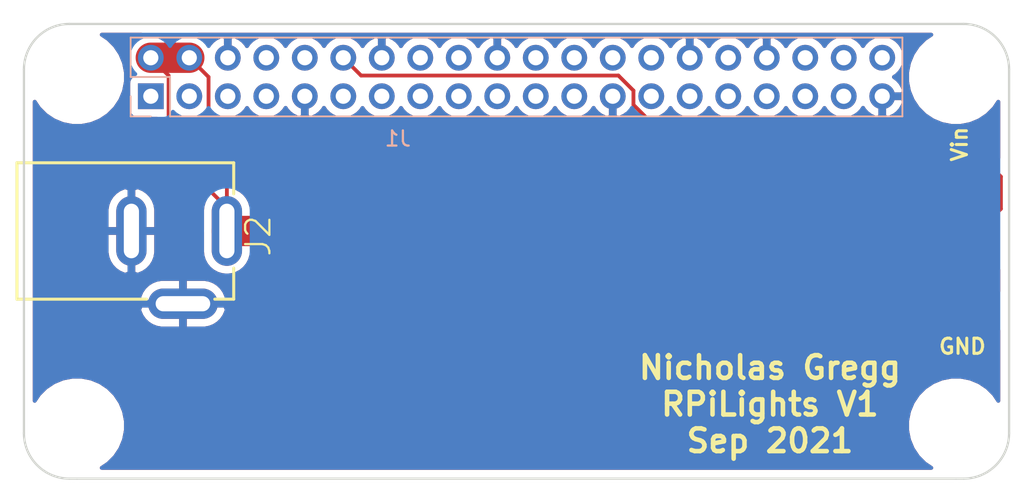
<source format=kicad_pcb>
(kicad_pcb (version 20171130) (host pcbnew "(5.1.10)-1")

  (general
    (thickness 1.6)
    (drawings 21)
    (tracks 21)
    (zones 0)
    (modules 7)
    (nets 32)
  )

  (page A4)
  (title_block
    (title "Raspberry Pi Zero (W) uHAT Template Board")
    (date 2019-02-28)
    (rev 1.0)
    (comment 1 "This PCB design is licensed under MIT Open Source License.")
  )

  (layers
    (0 F.Cu signal)
    (31 B.Cu signal)
    (32 B.Adhes user)
    (33 F.Adhes user)
    (34 B.Paste user)
    (35 F.Paste user)
    (36 B.SilkS user)
    (37 F.SilkS user)
    (38 B.Mask user)
    (39 F.Mask user)
    (40 Dwgs.User user hide)
    (41 Cmts.User user hide)
    (42 Eco1.User user hide)
    (43 Eco2.User user hide)
    (44 Edge.Cuts user)
    (45 Margin user hide)
    (46 B.CrtYd user)
    (47 F.CrtYd user)
    (48 B.Fab user hide)
    (49 F.Fab user hide)
  )

  (setup
    (last_trace_width 0.25)
    (trace_clearance 0.2)
    (zone_clearance 0.508)
    (zone_45_only no)
    (trace_min 0.2)
    (via_size 0.8)
    (via_drill 0.4)
    (via_min_size 0.4)
    (via_min_drill 0.3)
    (uvia_size 0.3)
    (uvia_drill 0.1)
    (uvias_allowed no)
    (uvia_min_size 0.2)
    (uvia_min_drill 0.1)
    (edge_width 0.15)
    (segment_width 0.2)
    (pcb_text_width 0.3)
    (pcb_text_size 1.5 1.5)
    (mod_edge_width 0.15)
    (mod_text_size 1 1)
    (mod_text_width 0.15)
    (pad_size 1.524 1.524)
    (pad_drill 0.762)
    (pad_to_mask_clearance 0.051)
    (solder_mask_min_width 0.25)
    (aux_axis_origin 0 0)
    (grid_origin 121.032 94.568)
    (visible_elements 7FFFFFFF)
    (pcbplotparams
      (layerselection 0x010fc_ffffffff)
      (usegerberextensions true)
      (usegerberattributes false)
      (usegerberadvancedattributes false)
      (creategerberjobfile false)
      (excludeedgelayer true)
      (linewidth 0.100000)
      (plotframeref false)
      (viasonmask false)
      (mode 1)
      (useauxorigin false)
      (hpglpennumber 1)
      (hpglpenspeed 20)
      (hpglpendiameter 15.000000)
      (psnegative false)
      (psa4output false)
      (plotreference true)
      (plotvalue true)
      (plotinvisibletext false)
      (padsonsilk false)
      (subtractmaskfromsilk false)
      (outputformat 1)
      (mirror false)
      (drillshape 0)
      (scaleselection 1)
      (outputdirectory "../Gerbers/"))
  )

  (net 0 "")
  (net 1 +3V3)
  (net 2 +5V)
  (net 3 /GPIO2_SDA1)
  (net 4 /GPIO3_SCL1)
  (net 5 GND)
  (net 6 /GPIO4_GPIO_GCLK)
  (net 7 /GPIO14_TXD0)
  (net 8 /GPIO15_RXD0)
  (net 9 /GPIO17_GEN0)
  (net 10 /GPIO18_GEN1)
  (net 11 /GPIO27_GEN2)
  (net 12 /GPIO22_GEN3)
  (net 13 /GPIO23_GEN4)
  (net 14 /GPIO24_GEN5)
  (net 15 /GPIO10_SPI_MOSI)
  (net 16 /GPIO9_SPI_MISO)
  (net 17 /GPIO25_GEN6)
  (net 18 /GPIO11_SPI_SCLK)
  (net 19 /GPIO8_SPI_CE0_N)
  (net 20 /GPIO7_SPI_CE1_N)
  (net 21 /ID_SD)
  (net 22 /ID_SC)
  (net 23 /GPIO5)
  (net 24 /GPIO6)
  (net 25 /GPIO12)
  (net 26 /GPIO13)
  (net 27 /GPIO19)
  (net 28 /GPIO16)
  (net 29 /GPIO26)
  (net 30 /GPIO20)
  (net 31 /GPIO21)

  (net_class Default "This is the default net class."
    (clearance 0.2)
    (trace_width 0.25)
    (via_dia 0.8)
    (via_drill 0.4)
    (uvia_dia 0.3)
    (uvia_drill 0.1)
    (add_net +3V3)
    (add_net +5V)
    (add_net /GPIO10_SPI_MOSI)
    (add_net /GPIO11_SPI_SCLK)
    (add_net /GPIO12)
    (add_net /GPIO13)
    (add_net /GPIO14_TXD0)
    (add_net /GPIO15_RXD0)
    (add_net /GPIO16)
    (add_net /GPIO17_GEN0)
    (add_net /GPIO18_GEN1)
    (add_net /GPIO19)
    (add_net /GPIO20)
    (add_net /GPIO21)
    (add_net /GPIO22_GEN3)
    (add_net /GPIO23_GEN4)
    (add_net /GPIO24_GEN5)
    (add_net /GPIO25_GEN6)
    (add_net /GPIO26)
    (add_net /GPIO27_GEN2)
    (add_net /GPIO2_SDA1)
    (add_net /GPIO3_SCL1)
    (add_net /GPIO4_GPIO_GCLK)
    (add_net /GPIO5)
    (add_net /GPIO6)
    (add_net /GPIO7_SPI_CE1_N)
    (add_net /GPIO8_SPI_CE0_N)
    (add_net /GPIO9_SPI_MISO)
    (add_net /ID_SC)
    (add_net /ID_SD)
    (add_net GND)
  )

  (module DCJ200-10-A-XX-X_REVA:GCT_DCJ200-10-A-XX-X_REVA (layer F.Cu) (tedit 61367276) (tstamp 6136BED7)
    (at 117.222 104.728 270)
    (path /61367103)
    (fp_text reference J2 (at 0.33015 -15.77006 90) (layer F.SilkS)
      (effects (font (size 1.60074 1.60074) (thickness 0.15)))
    )
    (fp_text value DCJ200-10-A-XX-X_REVA (at 15 2 90) (layer F.Fab)
      (effects (font (size 1.602362 1.602362) (thickness 0.15)))
    )
    (fp_line (start -4.75 0.5) (end -4.75 -14.75) (layer F.CrtYd) (width 0.05))
    (fp_line (start 6 0.5) (end -4.75 0.5) (layer F.CrtYd) (width 0.05))
    (fp_line (start 6 -14.75) (end 6 0.5) (layer F.CrtYd) (width 0.05))
    (fp_line (start -4.75 -14.75) (end 6 -14.75) (layer F.CrtYd) (width 0.05))
    (fp_line (start 4.5 -14.15) (end 4.5 -12.9) (layer F.SilkS) (width 0.2))
    (fp_line (start 2.45 -14.15) (end 4.5 -14.15) (layer F.SilkS) (width 0.2))
    (fp_line (start 4.5 0.15) (end 4.5 -8.4) (layer F.SilkS) (width 0.2))
    (fp_line (start -4.5 0.15) (end 4.5 0.15) (layer F.SilkS) (width 0.2))
    (fp_line (start -4.5 -14.15) (end -4.5 0.15) (layer F.SilkS) (width 0.2))
    (fp_line (start -2.45 -14.15) (end -4.5 -14.15) (layer F.SilkS) (width 0.2))
    (fp_line (start -4.5 0.15) (end -4.5 -14.15) (layer F.Fab) (width 0.1))
    (fp_line (start -4.5 -14.15) (end 4.5 -14.15) (layer F.Fab) (width 0.1))
    (fp_line (start 4.5 0.15) (end 4.5 -14.15) (layer F.Fab) (width 0.1))
    (fp_line (start -4.5 0.15) (end 4.5 0.15) (layer F.Fab) (width 0.1))
    (pad 3 thru_hole oval (at 4.8 -10.8) (size 4.6 2) (drill oval 3.6 1) (layers *.Cu *.Mask)
      (net 5 GND))
    (pad 2 thru_hole oval (at 0 -7.4 270) (size 4.6 2) (drill oval 3.6 1) (layers *.Cu *.Mask)
      (net 5 GND))
    (pad 1 thru_hole oval (at 0 -13.7 270) (size 4.6 2) (drill oval 3.6 1) (layers *.Cu *.Mask)
      (net 2 +5V))
  )

  (module JST:JST_Breakout (layer F.Cu) (tedit 613663ED) (tstamp 6136BE80)
    (at 183.262 105.998 90)
    (path /6138080F)
    (attr smd)
    (fp_text reference C1 (at 0 0.5 90) (layer F.SilkS) hide
      (effects (font (size 1 1) (thickness 0.15)))
    )
    (fp_text value JST3pin (at 0 -0.5 90) (layer F.Fab)
      (effects (font (size 1 1) (thickness 0.15)))
    )
    (fp_text user GND (at -6.35 -3.81 180) (layer F.SilkS)
      (effects (font (size 1 1) (thickness 0.2)))
    )
    (fp_text user Vin (at 7 -4 90) (layer F.SilkS)
      (effects (font (size 1 1) (thickness 0.2)))
    )
    (pad 3 smd rect (at 0 -4 90) (size 2 4) (layers F.Cu F.Paste F.Mask)
      (net 10 /GPIO18_GEN1))
    (pad 2 smd rect (at -4 -4 90) (size 2 4) (layers F.Cu F.Paste F.Mask)
      (net 5 GND))
    (pad 1 smd rect (at 4 -4 90) (size 2 4) (layers F.Cu F.Paste F.Mask)
      (net 2 +5V))
  )

  (module lib:PinSocket_2x20_P2.54mm_Vertical_Centered_Anchor (layer B.Cu) (tedit 5C78E1B8) (tstamp 5C78EB08)
    (at 125.902 95.838 270)
    (descr "Through hole straight socket strip, 2x20, 2.54mm pitch, double cols (from Kicad 4.0.7), script generated")
    (tags "Through hole socket strip THT 2x20 2.54mm double row")
    (path /5C77771F)
    (fp_text reference J1 (at 2.8 -16.3) (layer B.SilkS)
      (effects (font (size 1 1) (thickness 0.15)) (justify mirror))
    )
    (fp_text value GPIO_CONNECTOR (at 2.7 -27.3) (layer B.Fab)
      (effects (font (size 1 1) (thickness 0.15)) (justify mirror))
    )
    (fp_line (start -4.34 -50) (end -4.34 1.8) (layer B.CrtYd) (width 0.05))
    (fp_line (start 1.76 -50) (end -4.34 -50) (layer B.CrtYd) (width 0.05))
    (fp_line (start 1.76 1.8) (end 1.76 -50) (layer B.CrtYd) (width 0.05))
    (fp_line (start -4.34 1.8) (end 1.76 1.8) (layer B.CrtYd) (width 0.05))
    (fp_line (start 0 1.33) (end 1.33 1.33) (layer B.SilkS) (width 0.12))
    (fp_line (start 1.33 1.33) (end 1.33 0) (layer B.SilkS) (width 0.12))
    (fp_line (start -1.27 1.33) (end -1.27 -1.27) (layer B.SilkS) (width 0.12))
    (fp_line (start -1.27 -1.27) (end 1.33 -1.27) (layer B.SilkS) (width 0.12))
    (fp_line (start 1.33 -1.27) (end 1.33 -49.59) (layer B.SilkS) (width 0.12))
    (fp_line (start -3.87 -49.59) (end 1.33 -49.59) (layer B.SilkS) (width 0.12))
    (fp_line (start -3.87 1.33) (end -3.87 -49.59) (layer B.SilkS) (width 0.12))
    (fp_line (start -3.87 1.33) (end -1.27 1.33) (layer B.SilkS) (width 0.12))
    (fp_line (start -3.81 -49.53) (end -3.81 1.27) (layer B.Fab) (width 0.1))
    (fp_line (start 1.27 -49.53) (end -3.81 -49.53) (layer B.Fab) (width 0.1))
    (fp_line (start 1.27 0.27) (end 1.27 -49.53) (layer B.Fab) (width 0.1))
    (fp_line (start 0.27 1.27) (end 1.27 0.27) (layer B.Fab) (width 0.1))
    (fp_line (start -3.81 1.27) (end 0.27 1.27) (layer B.Fab) (width 0.1))
    (fp_text user %R (at 2.8 -18.3 180) (layer B.Fab)
      (effects (font (size 1 1) (thickness 0.15)) (justify mirror))
    )
    (pad 1 thru_hole rect (at 0 0 270) (size 1.7 1.7) (drill 1) (layers *.Cu *.Mask)
      (net 1 +3V3))
    (pad 2 thru_hole oval (at -2.54 0 270) (size 1.7 1.7) (drill 1) (layers *.Cu *.Mask)
      (net 2 +5V))
    (pad 3 thru_hole oval (at 0 -2.54 270) (size 1.7 1.7) (drill 1) (layers *.Cu *.Mask)
      (net 3 /GPIO2_SDA1))
    (pad 4 thru_hole oval (at -2.54 -2.54 270) (size 1.7 1.7) (drill 1) (layers *.Cu *.Mask)
      (net 2 +5V))
    (pad 5 thru_hole oval (at 0 -5.08 270) (size 1.7 1.7) (drill 1) (layers *.Cu *.Mask)
      (net 4 /GPIO3_SCL1))
    (pad 6 thru_hole oval (at -2.54 -5.08 270) (size 1.7 1.7) (drill 1) (layers *.Cu *.Mask)
      (net 5 GND))
    (pad 7 thru_hole oval (at 0 -7.62 270) (size 1.7 1.7) (drill 1) (layers *.Cu *.Mask)
      (net 6 /GPIO4_GPIO_GCLK))
    (pad 8 thru_hole oval (at -2.54 -7.62 270) (size 1.7 1.7) (drill 1) (layers *.Cu *.Mask)
      (net 7 /GPIO14_TXD0))
    (pad 9 thru_hole oval (at 0 -10.16 270) (size 1.7 1.7) (drill 1) (layers *.Cu *.Mask)
      (net 5 GND))
    (pad 10 thru_hole oval (at -2.54 -10.16 270) (size 1.7 1.7) (drill 1) (layers *.Cu *.Mask)
      (net 8 /GPIO15_RXD0))
    (pad 11 thru_hole oval (at 0 -12.7 270) (size 1.7 1.7) (drill 1) (layers *.Cu *.Mask)
      (net 9 /GPIO17_GEN0))
    (pad 12 thru_hole oval (at -2.54 -12.7 270) (size 1.7 1.7) (drill 1) (layers *.Cu *.Mask)
      (net 10 /GPIO18_GEN1))
    (pad 13 thru_hole oval (at 0 -15.24 270) (size 1.7 1.7) (drill 1) (layers *.Cu *.Mask)
      (net 11 /GPIO27_GEN2))
    (pad 14 thru_hole oval (at -2.54 -15.24 270) (size 1.7 1.7) (drill 1) (layers *.Cu *.Mask)
      (net 5 GND))
    (pad 15 thru_hole oval (at 0 -17.78 270) (size 1.7 1.7) (drill 1) (layers *.Cu *.Mask)
      (net 12 /GPIO22_GEN3))
    (pad 16 thru_hole oval (at -2.54 -17.78 270) (size 1.7 1.7) (drill 1) (layers *.Cu *.Mask)
      (net 13 /GPIO23_GEN4))
    (pad 17 thru_hole oval (at 0 -20.32 270) (size 1.7 1.7) (drill 1) (layers *.Cu *.Mask)
      (net 1 +3V3))
    (pad 18 thru_hole oval (at -2.54 -20.32 270) (size 1.7 1.7) (drill 1) (layers *.Cu *.Mask)
      (net 14 /GPIO24_GEN5))
    (pad 19 thru_hole oval (at 0 -22.86 270) (size 1.7 1.7) (drill 1) (layers *.Cu *.Mask)
      (net 15 /GPIO10_SPI_MOSI))
    (pad 20 thru_hole oval (at -2.54 -22.86 270) (size 1.7 1.7) (drill 1) (layers *.Cu *.Mask)
      (net 5 GND))
    (pad 21 thru_hole oval (at 0 -25.4 270) (size 1.7 1.7) (drill 1) (layers *.Cu *.Mask)
      (net 16 /GPIO9_SPI_MISO))
    (pad 22 thru_hole oval (at -2.54 -25.4 270) (size 1.7 1.7) (drill 1) (layers *.Cu *.Mask)
      (net 17 /GPIO25_GEN6))
    (pad 23 thru_hole oval (at 0 -27.94 270) (size 1.7 1.7) (drill 1) (layers *.Cu *.Mask)
      (net 18 /GPIO11_SPI_SCLK))
    (pad 24 thru_hole oval (at -2.54 -27.94 270) (size 1.7 1.7) (drill 1) (layers *.Cu *.Mask)
      (net 19 /GPIO8_SPI_CE0_N))
    (pad 25 thru_hole oval (at 0 -30.48 270) (size 1.7 1.7) (drill 1) (layers *.Cu *.Mask)
      (net 5 GND))
    (pad 26 thru_hole oval (at -2.54 -30.48 270) (size 1.7 1.7) (drill 1) (layers *.Cu *.Mask)
      (net 20 /GPIO7_SPI_CE1_N))
    (pad 27 thru_hole oval (at 0 -33.02 270) (size 1.7 1.7) (drill 1) (layers *.Cu *.Mask)
      (net 21 /ID_SD))
    (pad 28 thru_hole oval (at -2.54 -33.02 270) (size 1.7 1.7) (drill 1) (layers *.Cu *.Mask)
      (net 22 /ID_SC))
    (pad 29 thru_hole oval (at 0 -35.56 270) (size 1.7 1.7) (drill 1) (layers *.Cu *.Mask)
      (net 23 /GPIO5))
    (pad 30 thru_hole oval (at -2.54 -35.56 270) (size 1.7 1.7) (drill 1) (layers *.Cu *.Mask)
      (net 5 GND))
    (pad 31 thru_hole oval (at 0 -38.1 270) (size 1.7 1.7) (drill 1) (layers *.Cu *.Mask)
      (net 24 /GPIO6))
    (pad 32 thru_hole oval (at -2.54 -38.1 270) (size 1.7 1.7) (drill 1) (layers *.Cu *.Mask)
      (net 25 /GPIO12))
    (pad 33 thru_hole oval (at 0 -40.64 270) (size 1.7 1.7) (drill 1) (layers *.Cu *.Mask)
      (net 26 /GPIO13))
    (pad 34 thru_hole oval (at -2.54 -40.64 270) (size 1.7 1.7) (drill 1) (layers *.Cu *.Mask)
      (net 5 GND))
    (pad 35 thru_hole oval (at 0 -43.18 270) (size 1.7 1.7) (drill 1) (layers *.Cu *.Mask)
      (net 27 /GPIO19))
    (pad 36 thru_hole oval (at -2.54 -43.18 270) (size 1.7 1.7) (drill 1) (layers *.Cu *.Mask)
      (net 28 /GPIO16))
    (pad 37 thru_hole oval (at 0 -45.72 270) (size 1.7 1.7) (drill 1) (layers *.Cu *.Mask)
      (net 29 /GPIO26))
    (pad 38 thru_hole oval (at -2.54 -45.72 270) (size 1.7 1.7) (drill 1) (layers *.Cu *.Mask)
      (net 30 /GPIO20))
    (pad 39 thru_hole oval (at 0 -48.26 270) (size 1.7 1.7) (drill 1) (layers *.Cu *.Mask)
      (net 5 GND))
    (pad 40 thru_hole oval (at -2.54 -48.26 270) (size 1.7 1.7) (drill 1) (layers *.Cu *.Mask)
      (net 31 /GPIO21))
    (model ${KISYS3DMOD}/Connector_PinSocket_2.54mm.3dshapes/PinSocket_2x20_P2.54mm_Vertical.wrl
      (at (xyz 0 0 0))
      (scale (xyz 1 1 1))
      (rotate (xyz 0 0 0))
    )
  )

  (module lib:MountingHole_2.7mm_M2.5_uHAT_RPi locked (layer F.Cu) (tedit 5C78B840) (tstamp 5C78BBE2)
    (at 121.032 94.568)
    (descr "Mounting Hole 2.7mm, no annular, M2.5")
    (tags "mounting hole 2.7mm no annular m2.5")
    (path /5C7C4C81)
    (attr virtual)
    (fp_text reference H1 (at 0 -3.7) (layer F.SilkS) hide
      (effects (font (size 1 1) (thickness 0.15)))
    )
    (fp_text value MountingHole (at 0 3.7) (layer F.Fab) hide
      (effects (font (size 1 1) (thickness 0.15)))
    )
    (fp_circle (center 0 0) (end 2.95 0) (layer F.CrtYd) (width 0.05))
    (fp_circle (center 0 0) (end 2.7 0) (layer Cmts.User) (width 0.15))
    (fp_text user %R (at 0.3 0) (layer F.Fab)
      (effects (font (size 1 1) (thickness 0.15)))
    )
    (pad "" np_thru_hole circle (at 0 0) (size 2.7 2.7) (drill 2.7) (layers *.Cu *.Mask)
      (clearance 1.75))
  )

  (module lib:MountingHole_2.7mm_M2.5_uHAT_RPi locked (layer F.Cu) (tedit 5C78B867) (tstamp 5C78BBE9)
    (at 179.032 94.568)
    (descr "Mounting Hole 2.7mm, no annular, M2.5")
    (tags "mounting hole 2.7mm no annular m2.5")
    (path /5C7C7FBC)
    (attr virtual)
    (fp_text reference H2 (at 0 -3.7) (layer F.SilkS) hide
      (effects (font (size 1 1) (thickness 0.15)))
    )
    (fp_text value MountingHole (at 0 3.7) (layer F.Fab) hide
      (effects (font (size 1 1) (thickness 0.15)))
    )
    (fp_circle (center 0 0) (end 2.7 0) (layer Cmts.User) (width 0.15))
    (fp_circle (center 0 0) (end 2.95 0) (layer F.CrtYd) (width 0.05))
    (fp_text user %R (at 0.3 0) (layer F.Fab)
      (effects (font (size 1 1) (thickness 0.15)))
    )
    (pad "" np_thru_hole circle (at 0 0) (size 2.7 2.7) (drill 2.7) (layers *.Cu *.Mask)
      (clearance 1.75))
  )

  (module lib:MountingHole_2.7mm_M2.5_uHAT_RPi locked (layer F.Cu) (tedit 5C78B860) (tstamp 5C78BBF0)
    (at 179.032 117.568)
    (descr "Mounting Hole 2.7mm, no annular, M2.5")
    (tags "mounting hole 2.7mm no annular m2.5")
    (path /5C7C8014)
    (attr virtual)
    (fp_text reference H3 (at 0 -3.7) (layer F.SilkS) hide
      (effects (font (size 1 1) (thickness 0.15)))
    )
    (fp_text value MountingHole (at 0 3.7) (layer F.Fab) hide
      (effects (font (size 1 1) (thickness 0.15)))
    )
    (fp_circle (center 0 0) (end 2.95 0) (layer F.CrtYd) (width 0.05))
    (fp_circle (center 0 0) (end 2.7 0) (layer Cmts.User) (width 0.15))
    (fp_text user %R (at 0.3 0) (layer F.Fab)
      (effects (font (size 1 1) (thickness 0.15)))
    )
    (pad "" np_thru_hole circle (at 0 0) (size 2.7 2.7) (drill 2.7) (layers *.Cu *.Mask)
      (clearance 1.75))
  )

  (module lib:MountingHole_2.7mm_M2.5_uHAT_RPi locked (layer F.Cu) (tedit 5C78B845) (tstamp 5C78BBF7)
    (at 121.032 117.568)
    (descr "Mounting Hole 2.7mm, no annular, M2.5")
    (tags "mounting hole 2.7mm no annular m2.5")
    (path /5C7C8030)
    (attr virtual)
    (fp_text reference H4 (at 0 -3.7) (layer F.SilkS) hide
      (effects (font (size 1 1) (thickness 0.15)))
    )
    (fp_text value MountingHole (at 0 3.7) (layer F.Fab) hide
      (effects (font (size 1 1) (thickness 0.15)))
    )
    (fp_circle (center 0 0) (end 2.7 0) (layer Cmts.User) (width 0.15))
    (fp_circle (center 0 0) (end 2.95 0) (layer F.CrtYd) (width 0.05))
    (fp_text user %R (at 0.3 0) (layer F.Fab)
      (effects (font (size 1 1) (thickness 0.15)))
    )
    (pad "" np_thru_hole circle (at 0 0) (size 2.7 2.7) (drill 2.7) (layers *.Cu *.Mask)
      (clearance 1.75))
  )

  (gr_line (start 117.532 118.068) (end 117.532 94.068) (layer Edge.Cuts) (width 0.15) (tstamp 5C77FCC7))
  (gr_text "Nicholas Gregg\nRPiLights V1\nSep 2021" (at 166.752 116.158) (layer F.SilkS)
    (effects (font (size 1.5 1.5) (thickness 0.3)))
  )
  (gr_text "Board dimensions are on Cmts (Comments) layer. \nDeselect it in Layers Manager to make them invisible.\n\nGPIO connector nets are not connected, these will get \nupdated as per your schematic/netlist." (at 120.524 139.272) (layer Cmts.User)
    (effects (font (size 1.5 1.5) (thickness 0.3)) (justify left))
  )
  (gr_text "Board Corner Radius = 3mm\nAll holes are M2.5" (at 184.278 87.202) (layer Cmts.User)
    (effects (font (size 1.5 1.5) (thickness 0.3)) (justify left))
  )
  (dimension 29 (width 0.3) (layer Cmts.User)
    (gr_text "29.000 mm" (at 135.532 103.868) (layer Cmts.User)
      (effects (font (size 1.5 1.5) (thickness 0.3)))
    )
    (feature1 (pts (xy 121.032 94.568) (xy 121.032 102.354421)))
    (feature2 (pts (xy 150.032 94.568) (xy 150.032 102.354421)))
    (crossbar (pts (xy 150.032 101.768) (xy 121.032 101.768)))
    (arrow1a (pts (xy 121.032 101.768) (xy 122.158504 101.181579)))
    (arrow1b (pts (xy 121.032 101.768) (xy 122.158504 102.354421)))
    (arrow2a (pts (xy 150.032 101.768) (xy 148.905496 101.181579)))
    (arrow2b (pts (xy 150.032 101.768) (xy 148.905496 102.354421)))
  )
  (dimension 6.2 (width 0.3) (layer Cmts.User)
    (gr_text "6.200 mm" (at 179.032 129.268) (layer Cmts.User)
      (effects (font (size 1.5 1.5) (thickness 0.3)))
    )
    (feature1 (pts (xy 182.132 117.568) (xy 182.132 127.754421)))
    (feature2 (pts (xy 175.932 117.568) (xy 175.932 127.754421)))
    (crossbar (pts (xy 175.932 127.168) (xy 182.132 127.168)))
    (arrow1a (pts (xy 182.132 127.168) (xy 181.005496 127.754421)))
    (arrow1b (pts (xy 182.132 127.168) (xy 181.005496 126.581579)))
    (arrow2a (pts (xy 175.932 127.168) (xy 177.058504 127.754421)))
    (arrow2b (pts (xy 175.932 127.168) (xy 177.058504 126.581579)))
  )
  (dimension 3.5 (width 0.3) (layer Cmts.User)
    (gr_text "3.500 mm" (at 111.432 119.318 270) (layer Cmts.User)
      (effects (font (size 1.5 1.5) (thickness 0.3)))
    )
    (feature1 (pts (xy 121.032 121.068) (xy 112.945579 121.068)))
    (feature2 (pts (xy 121.032 117.568) (xy 112.945579 117.568)))
    (crossbar (pts (xy 113.532 117.568) (xy 113.532 121.068)))
    (arrow1a (pts (xy 113.532 121.068) (xy 112.945579 119.941496)))
    (arrow1b (pts (xy 113.532 121.068) (xy 114.118421 119.941496)))
    (arrow2a (pts (xy 113.532 117.568) (xy 112.945579 118.694504)))
    (arrow2b (pts (xy 113.532 117.568) (xy 114.118421 118.694504)))
  )
  (dimension 3.5 (width 0.3) (layer Cmts.User)
    (gr_text "3.500 mm" (at 119.282 125.668) (layer Cmts.User)
      (effects (font (size 1.5 1.5) (thickness 0.3)))
    )
    (feature1 (pts (xy 117.532 117.568) (xy 117.532 124.154421)))
    (feature2 (pts (xy 121.032 117.568) (xy 121.032 124.154421)))
    (crossbar (pts (xy 121.032 123.568) (xy 117.532 123.568)))
    (arrow1a (pts (xy 117.532 123.568) (xy 118.658504 122.981579)))
    (arrow1b (pts (xy 117.532 123.568) (xy 118.658504 124.154421)))
    (arrow2a (pts (xy 121.032 123.568) (xy 119.905496 122.981579)))
    (arrow2b (pts (xy 121.032 123.568) (xy 119.905496 124.154421)))
  )
  (dimension 30 (width 0.3) (layer Cmts.User)
    (gr_text "30.000 mm" (at 194.132 106.068 270) (layer Cmts.User)
      (effects (font (size 1.5 1.5) (thickness 0.3)))
    )
    (feature1 (pts (xy 179.032 121.068) (xy 192.618421 121.068)))
    (feature2 (pts (xy 179.032 91.068) (xy 192.618421 91.068)))
    (crossbar (pts (xy 192.032 91.068) (xy 192.032 121.068)))
    (arrow1a (pts (xy 192.032 121.068) (xy 191.445579 119.941496)))
    (arrow1b (pts (xy 192.032 121.068) (xy 192.618421 119.941496)))
    (arrow2a (pts (xy 192.032 91.068) (xy 191.445579 92.194504)))
    (arrow2b (pts (xy 192.032 91.068) (xy 192.618421 92.194504)))
  )
  (dimension 23 (width 0.3) (layer Cmts.User)
    (gr_text "23.000 mm" (at 188.632 106.068 270) (layer Cmts.User)
      (effects (font (size 1.5 1.5) (thickness 0.3)))
    )
    (feature1 (pts (xy 179.032 117.568) (xy 187.118421 117.568)))
    (feature2 (pts (xy 179.032 94.568) (xy 187.118421 94.568)))
    (crossbar (pts (xy 186.532 94.568) (xy 186.532 117.568)))
    (arrow1a (pts (xy 186.532 117.568) (xy 185.945579 116.441496)))
    (arrow1b (pts (xy 186.532 117.568) (xy 187.118421 116.441496)))
    (arrow2a (pts (xy 186.532 94.568) (xy 185.945579 95.694504)))
    (arrow2b (pts (xy 186.532 94.568) (xy 187.118421 95.694504)))
  )
  (dimension 65 (width 0.3) (layer Cmts.User)
    (gr_text "65.000 mm" (at 150.032 80.468) (layer Cmts.User)
      (effects (font (size 1.5 1.5) (thickness 0.3)))
    )
    (feature1 (pts (xy 182.532 94.568) (xy 182.532 81.981579)))
    (feature2 (pts (xy 117.532 94.568) (xy 117.532 81.981579)))
    (crossbar (pts (xy 117.532 82.568) (xy 182.532 82.568)))
    (arrow1a (pts (xy 182.532 82.568) (xy 181.405496 83.154421)))
    (arrow1b (pts (xy 182.532 82.568) (xy 181.405496 81.981579)))
    (arrow2a (pts (xy 117.532 82.568) (xy 118.658504 83.154421)))
    (arrow2b (pts (xy 117.532 82.568) (xy 118.658504 81.981579)))
  )
  (dimension 58 (width 0.3) (layer Cmts.User)
    (gr_text "58.000 mm" (at 150.032 84.968) (layer Cmts.User)
      (effects (font (size 1.5 1.5) (thickness 0.3)))
    )
    (feature1 (pts (xy 179.032 94.568) (xy 179.032 86.481579)))
    (feature2 (pts (xy 121.032 94.568) (xy 121.032 86.481579)))
    (crossbar (pts (xy 121.032 87.068) (xy 179.032 87.068)))
    (arrow1a (pts (xy 179.032 87.068) (xy 177.905496 87.654421)))
    (arrow1b (pts (xy 179.032 87.068) (xy 177.905496 86.481579)))
    (arrow2a (pts (xy 121.032 87.068) (xy 122.158504 87.654421)))
    (arrow2b (pts (xy 121.032 87.068) (xy 122.158504 86.481579)))
  )
  (gr_line (start 121.032 121.068) (end 120.532 121.068) (layer Edge.Cuts) (width 0.15) (tstamp 5C77FCD3))
  (gr_line (start 179.032 121.068) (end 179.532 121.068) (layer Edge.Cuts) (width 0.15) (tstamp 5C77FCD0))
  (gr_line (start 182.532 94.068) (end 182.532 118.068) (layer Edge.Cuts) (width 0.15) (tstamp 5C77FCCD))
  (gr_line (start 120.532 91.068) (end 179.532 91.068) (layer Edge.Cuts) (width 0.15) (tstamp 5C77FCCA))
  (gr_arc (start 120.532 94.068) (end 120.532 91.068) (angle -90) (layer Edge.Cuts) (width 0.15) (tstamp 5C77FCC4))
  (gr_arc (start 120.532 118.068) (end 117.532 118.068) (angle -90) (layer Edge.Cuts) (width 0.15) (tstamp 5C77FCC1))
  (gr_arc (start 179.532 118.068) (end 179.532 121.068) (angle -90) (layer Edge.Cuts) (width 0.15) (tstamp 5C77FCBE))
  (gr_arc (start 179.532 94.068) (end 182.532 94.068) (angle -90) (layer Edge.Cuts) (width 0.15) (tstamp 5C77FCBB))
  (gr_line (start 121.032 121.068) (end 179.032 121.068) (layer Edge.Cuts) (width 0.15) (tstamp 5C77FCB8))

  (segment (start 179.262 101.998) (end 140.272 101.998) (width 2) (layer F.Cu) (net 2))
  (segment (start 140.272 101.998) (end 137.542 104.728) (width 2) (layer F.Cu) (net 2))
  (segment (start 125.902 93.298) (end 128.442 93.298) (width 2) (layer F.Cu) (net 2))
  (segment (start 130.922 104.728) (end 137.542 104.728) (width 2) (layer F.Cu) (net 2))
  (segment (start 128.442 93.298) (end 129.712 94.568) (width 0.25) (layer F.Cu) (net 2))
  (segment (start 129.712 94.568) (end 129.712 98.168) (width 0.25) (layer F.Cu) (net 2))
  (segment (start 130.922 99.378) (end 130.922 104.728) (width 0.25) (layer F.Cu) (net 2))
  (segment (start 129.712 98.168) (end 130.922 99.378) (width 0.25) (layer F.Cu) (net 2))
  (segment (start 130.922 103.188) (end 130.922 104.728) (width 0.25) (layer F.Cu) (net 2))
  (segment (start 127.077001 99.343001) (end 130.922 103.188) (width 0.25) (layer F.Cu) (net 2))
  (segment (start 127.077001 94.473001) (end 127.077001 99.343001) (width 0.25) (layer F.Cu) (net 2))
  (segment (start 125.902 93.298) (end 127.077001 94.473001) (width 0.25) (layer F.Cu) (net 2))
  (segment (start 157.746999 96.402001) (end 160.992998 99.648) (width 0.25) (layer F.Cu) (net 10))
  (segment (start 156.756003 94.473001) (end 157.746999 95.463997) (width 0.25) (layer F.Cu) (net 10))
  (segment (start 157.746999 95.463997) (end 157.746999 96.402001) (width 0.25) (layer F.Cu) (net 10))
  (segment (start 139.777001 94.473001) (end 156.756003 94.473001) (width 0.25) (layer F.Cu) (net 10))
  (segment (start 138.602 93.298) (end 139.777001 94.473001) (width 0.25) (layer F.Cu) (net 10))
  (segment (start 180.497002 99.648) (end 181.992 101.142998) (width 0.25) (layer F.Cu) (net 10))
  (segment (start 160.992998 99.648) (end 180.497002 99.648) (width 0.25) (layer F.Cu) (net 10))
  (segment (start 181.992 103.268) (end 179.262 105.998) (width 0.25) (layer F.Cu) (net 10))
  (segment (start 181.992 101.142998) (end 181.992 103.268) (width 0.25) (layer F.Cu) (net 10))

  (zone (net 5) (net_name GND) (layer F.Cu) (tstamp 6136E67E) (hatch edge 0.508)
    (connect_pads (clearance 0.508))
    (min_thickness 0.254)
    (fill yes (arc_segments 16) (thermal_gap 0.508) (thermal_bridge_width 0.508))
    (polygon
      (pts
        (xy 115.952 89.488) (xy 115.952 122) (xy 183.516 122) (xy 183.516 89.488)
      )
    )
    (filled_polygon
      (pts
        (xy 125.273285 91.780148) (xy 124.989248 91.931969) (xy 124.740286 92.136286) (xy 124.535969 92.385248) (xy 124.384148 92.669285)
        (xy 124.290657 92.977484) (xy 124.259089 93.298) (xy 124.290657 93.618516) (xy 124.384148 93.926715) (xy 124.535969 94.210752)
        (xy 124.725958 94.442255) (xy 124.697506 94.457463) (xy 124.600815 94.536815) (xy 124.521463 94.633506) (xy 124.462498 94.74382)
        (xy 124.426188 94.863518) (xy 124.413928 94.988) (xy 124.413928 96.688) (xy 124.426188 96.812482) (xy 124.462498 96.93218)
        (xy 124.521463 97.042494) (xy 124.600815 97.139185) (xy 124.697506 97.218537) (xy 124.80782 97.277502) (xy 124.927518 97.313812)
        (xy 125.052 97.326072) (xy 126.317002 97.326072) (xy 126.317002 99.305669) (xy 126.313325 99.343001) (xy 126.327999 99.491986)
        (xy 126.371455 99.635247) (xy 126.442027 99.767277) (xy 126.513202 99.854003) (xy 126.537001 99.883002) (xy 126.565999 99.9068)
        (xy 129.423075 102.763877) (xy 129.404149 102.799285) (xy 129.310658 103.107484) (xy 129.287001 103.347678) (xy 129.287001 104.647673)
        (xy 129.279089 104.728) (xy 129.287 104.808327) (xy 129.287 106.108321) (xy 129.310657 106.348515) (xy 129.404148 106.656714)
        (xy 129.555969 106.940751) (xy 129.760286 107.189714) (xy 130.009248 107.394031) (xy 130.293285 107.545852) (xy 130.601484 107.639343)
        (xy 130.922 107.670911) (xy 131.242515 107.639343) (xy 131.550714 107.545852) (xy 131.834751 107.394031) (xy 132.083714 107.189714)
        (xy 132.288031 106.940752) (xy 132.439852 106.656715) (xy 132.528949 106.363) (xy 137.461681 106.363) (xy 137.542 106.370911)
        (xy 137.622319 106.363) (xy 137.622322 106.363) (xy 137.862516 106.339343) (xy 138.170715 106.245852) (xy 138.454752 106.094031)
        (xy 138.703714 105.889714) (xy 138.754925 105.827313) (xy 140.949239 103.633) (xy 177.230808 103.633) (xy 177.262 103.636072)
        (xy 180.549126 103.636072) (xy 179.825271 104.359928) (xy 177.262 104.359928) (xy 177.137518 104.372188) (xy 177.01782 104.408498)
        (xy 176.907506 104.467463) (xy 176.810815 104.546815) (xy 176.731463 104.643506) (xy 176.672498 104.75382) (xy 176.636188 104.873518)
        (xy 176.623928 104.998) (xy 176.623928 106.998) (xy 176.636188 107.122482) (xy 176.672498 107.24218) (xy 176.731463 107.352494)
        (xy 176.810815 107.449185) (xy 176.907506 107.528537) (xy 177.01782 107.587502) (xy 177.137518 107.623812) (xy 177.262 107.636072)
        (xy 181.262 107.636072) (xy 181.386482 107.623812) (xy 181.50618 107.587502) (xy 181.616494 107.528537) (xy 181.713185 107.449185)
        (xy 181.792537 107.352494) (xy 181.822001 107.297372) (xy 181.822001 108.698628) (xy 181.792537 108.643506) (xy 181.713185 108.546815)
        (xy 181.616494 108.467463) (xy 181.50618 108.408498) (xy 181.386482 108.372188) (xy 181.262 108.359928) (xy 179.54775 108.363)
        (xy 179.389 108.52175) (xy 179.389 109.871) (xy 179.409 109.871) (xy 179.409 110.125) (xy 179.389 110.125)
        (xy 179.389 111.47425) (xy 179.54775 111.633) (xy 181.262 111.636072) (xy 181.386482 111.623812) (xy 181.50618 111.587502)
        (xy 181.616494 111.528537) (xy 181.713185 111.449185) (xy 181.792537 111.352494) (xy 181.822001 111.297372) (xy 181.822001 115.935085)
        (xy 181.538575 115.510907) (xy 181.089093 115.061425) (xy 180.560558 114.70827) (xy 179.973281 114.465012) (xy 179.349832 114.341)
        (xy 178.714168 114.341) (xy 178.090719 114.465012) (xy 177.503442 114.70827) (xy 176.974907 115.061425) (xy 176.525425 115.510907)
        (xy 176.17227 116.039442) (xy 175.929012 116.626719) (xy 175.805 117.250168) (xy 175.805 117.885832) (xy 175.929012 118.509281)
        (xy 176.17227 119.096558) (xy 176.525425 119.625093) (xy 176.974907 120.074575) (xy 177.399083 120.358) (xy 122.664917 120.358)
        (xy 123.089093 120.074575) (xy 123.538575 119.625093) (xy 123.89173 119.096558) (xy 124.134988 118.509281) (xy 124.259 117.885832)
        (xy 124.259 117.250168) (xy 124.134988 116.626719) (xy 123.89173 116.039442) (xy 123.538575 115.510907) (xy 123.089093 115.061425)
        (xy 122.560558 114.70827) (xy 121.973281 114.465012) (xy 121.349832 114.341) (xy 120.714168 114.341) (xy 120.090719 114.465012)
        (xy 119.503442 114.70827) (xy 118.974907 115.061425) (xy 118.525425 115.510907) (xy 118.242 115.935083) (xy 118.242 109.908434)
        (xy 125.131876 109.908434) (xy 125.162856 110.036355) (xy 125.29199 110.330761) (xy 125.476078 110.594317) (xy 125.708046 110.816895)
        (xy 125.97898 110.989942) (xy 126.278468 111.106807) (xy 126.595 111.163) (xy 127.895 111.163) (xy 127.895 109.655)
        (xy 128.149 109.655) (xy 128.149 111.163) (xy 129.449 111.163) (xy 129.765532 111.106807) (xy 130.044369 110.998)
        (xy 176.623928 110.998) (xy 176.636188 111.122482) (xy 176.672498 111.24218) (xy 176.731463 111.352494) (xy 176.810815 111.449185)
        (xy 176.907506 111.528537) (xy 177.01782 111.587502) (xy 177.137518 111.623812) (xy 177.262 111.636072) (xy 178.97625 111.633)
        (xy 179.135 111.47425) (xy 179.135 110.125) (xy 176.78575 110.125) (xy 176.627 110.28375) (xy 176.623928 110.998)
        (xy 130.044369 110.998) (xy 130.06502 110.989942) (xy 130.335954 110.816895) (xy 130.567922 110.594317) (xy 130.75201 110.330761)
        (xy 130.881144 110.036355) (xy 130.912124 109.908434) (xy 130.792777 109.655) (xy 128.149 109.655) (xy 127.895 109.655)
        (xy 125.251223 109.655) (xy 125.131876 109.908434) (xy 118.242 109.908434) (xy 118.242 109.147566) (xy 125.131876 109.147566)
        (xy 125.251223 109.401) (xy 127.895 109.401) (xy 127.895 107.893) (xy 128.149 107.893) (xy 128.149 109.401)
        (xy 130.792777 109.401) (xy 130.912124 109.147566) (xy 130.881144 109.019645) (xy 130.87165 108.998) (xy 176.623928 108.998)
        (xy 176.627 109.71225) (xy 176.78575 109.871) (xy 179.135 109.871) (xy 179.135 108.52175) (xy 178.97625 108.363)
        (xy 177.262 108.359928) (xy 177.137518 108.372188) (xy 177.01782 108.408498) (xy 176.907506 108.467463) (xy 176.810815 108.546815)
        (xy 176.731463 108.643506) (xy 176.672498 108.75382) (xy 176.636188 108.873518) (xy 176.623928 108.998) (xy 130.87165 108.998)
        (xy 130.75201 108.725239) (xy 130.567922 108.461683) (xy 130.335954 108.239105) (xy 130.06502 108.066058) (xy 129.765532 107.949193)
        (xy 129.449 107.893) (xy 128.149 107.893) (xy 127.895 107.893) (xy 126.595 107.893) (xy 126.278468 107.949193)
        (xy 125.97898 108.066058) (xy 125.708046 108.239105) (xy 125.476078 108.461683) (xy 125.29199 108.725239) (xy 125.162856 109.019645)
        (xy 125.131876 109.147566) (xy 118.242 109.147566) (xy 118.242 104.855) (xy 122.987 104.855) (xy 122.987 106.155)
        (xy 123.043193 106.471532) (xy 123.160058 106.77102) (xy 123.333105 107.041954) (xy 123.555683 107.273922) (xy 123.819239 107.45801)
        (xy 124.113645 107.587144) (xy 124.241566 107.618124) (xy 124.495 107.498777) (xy 124.495 104.855) (xy 124.749 104.855)
        (xy 124.749 107.498777) (xy 125.002434 107.618124) (xy 125.130355 107.587144) (xy 125.424761 107.45801) (xy 125.688317 107.273922)
        (xy 125.910895 107.041954) (xy 126.083942 106.77102) (xy 126.200807 106.471532) (xy 126.257 106.155) (xy 126.257 104.855)
        (xy 124.749 104.855) (xy 124.495 104.855) (xy 122.987 104.855) (xy 118.242 104.855) (xy 118.242 103.301)
        (xy 122.987 103.301) (xy 122.987 104.601) (xy 124.495 104.601) (xy 124.495 101.957223) (xy 124.749 101.957223)
        (xy 124.749 104.601) (xy 126.257 104.601) (xy 126.257 103.301) (xy 126.200807 102.984468) (xy 126.083942 102.68498)
        (xy 125.910895 102.414046) (xy 125.688317 102.182078) (xy 125.424761 101.99799) (xy 125.130355 101.868856) (xy 125.002434 101.837876)
        (xy 124.749 101.957223) (xy 124.495 101.957223) (xy 124.241566 101.837876) (xy 124.113645 101.868856) (xy 123.819239 101.99799)
        (xy 123.555683 102.182078) (xy 123.333105 102.414046) (xy 123.160058 102.68498) (xy 123.043193 102.984468) (xy 122.987 103.301)
        (xy 118.242 103.301) (xy 118.242 96.200917) (xy 118.525425 96.625093) (xy 118.974907 97.074575) (xy 119.503442 97.42773)
        (xy 120.090719 97.670988) (xy 120.714168 97.795) (xy 121.349832 97.795) (xy 121.973281 97.670988) (xy 122.560558 97.42773)
        (xy 123.089093 97.074575) (xy 123.538575 96.625093) (xy 123.89173 96.096558) (xy 124.134988 95.509281) (xy 124.259 94.885832)
        (xy 124.259 94.250168) (xy 124.134988 93.626719) (xy 123.89173 93.039442) (xy 123.538575 92.510907) (xy 123.089093 92.061425)
        (xy 122.664917 91.778) (xy 125.280366 91.778)
      )
    )
    (filled_polygon
      (pts
        (xy 136.189 95.711) (xy 136.209 95.711) (xy 136.209 95.965) (xy 136.189 95.965) (xy 136.189 97.158155)
        (xy 136.41889 97.279476) (xy 136.566099 97.234825) (xy 136.82892 97.109641) (xy 137.062269 96.935588) (xy 137.257178 96.719355)
        (xy 137.326805 96.602466) (xy 137.448525 96.784632) (xy 137.655368 96.991475) (xy 137.898589 97.15399) (xy 138.168842 97.265932)
        (xy 138.45574 97.323) (xy 138.74826 97.323) (xy 139.035158 97.265932) (xy 139.305411 97.15399) (xy 139.548632 96.991475)
        (xy 139.755475 96.784632) (xy 139.872 96.61024) (xy 139.988525 96.784632) (xy 140.195368 96.991475) (xy 140.438589 97.15399)
        (xy 140.708842 97.265932) (xy 140.99574 97.323) (xy 141.28826 97.323) (xy 141.575158 97.265932) (xy 141.845411 97.15399)
        (xy 142.088632 96.991475) (xy 142.295475 96.784632) (xy 142.412 96.61024) (xy 142.528525 96.784632) (xy 142.735368 96.991475)
        (xy 142.978589 97.15399) (xy 143.248842 97.265932) (xy 143.53574 97.323) (xy 143.82826 97.323) (xy 144.115158 97.265932)
        (xy 144.385411 97.15399) (xy 144.628632 96.991475) (xy 144.835475 96.784632) (xy 144.952 96.61024) (xy 145.068525 96.784632)
        (xy 145.275368 96.991475) (xy 145.518589 97.15399) (xy 145.788842 97.265932) (xy 146.07574 97.323) (xy 146.36826 97.323)
        (xy 146.655158 97.265932) (xy 146.925411 97.15399) (xy 147.168632 96.991475) (xy 147.375475 96.784632) (xy 147.492 96.61024)
        (xy 147.608525 96.784632) (xy 147.815368 96.991475) (xy 148.058589 97.15399) (xy 148.328842 97.265932) (xy 148.61574 97.323)
        (xy 148.90826 97.323) (xy 149.195158 97.265932) (xy 149.465411 97.15399) (xy 149.708632 96.991475) (xy 149.915475 96.784632)
        (xy 150.032 96.61024) (xy 150.148525 96.784632) (xy 150.355368 96.991475) (xy 150.598589 97.15399) (xy 150.868842 97.265932)
        (xy 151.15574 97.323) (xy 151.44826 97.323) (xy 151.735158 97.265932) (xy 152.005411 97.15399) (xy 152.248632 96.991475)
        (xy 152.455475 96.784632) (xy 152.572 96.61024) (xy 152.688525 96.784632) (xy 152.895368 96.991475) (xy 153.138589 97.15399)
        (xy 153.408842 97.265932) (xy 153.69574 97.323) (xy 153.98826 97.323) (xy 154.275158 97.265932) (xy 154.545411 97.15399)
        (xy 154.788632 96.991475) (xy 154.995475 96.784632) (xy 155.117195 96.602466) (xy 155.186822 96.719355) (xy 155.381731 96.935588)
        (xy 155.61508 97.109641) (xy 155.877901 97.234825) (xy 156.02511 97.279476) (xy 156.255 97.158155) (xy 156.255 95.965)
        (xy 156.235 95.965) (xy 156.235 95.711) (xy 156.255 95.711) (xy 156.255 95.691) (xy 156.509 95.691)
        (xy 156.509 95.711) (xy 156.529 95.711) (xy 156.529 95.965) (xy 156.509 95.965) (xy 156.509 97.158155)
        (xy 156.73889 97.279476) (xy 156.886099 97.234825) (xy 157.14892 97.109641) (xy 157.281184 97.010987) (xy 160.429198 100.159002)
        (xy 160.452997 100.188001) (xy 160.568722 100.282974) (xy 160.700751 100.353546) (xy 160.731917 100.363) (xy 140.352319 100.363)
        (xy 140.271999 100.355089) (xy 140.19168 100.363) (xy 140.191678 100.363) (xy 139.951484 100.386657) (xy 139.643285 100.480148)
        (xy 139.359248 100.631969) (xy 139.110286 100.836286) (xy 139.05908 100.898681) (xy 136.864762 103.093) (xy 132.528949 103.093)
        (xy 132.439852 102.799285) (xy 132.288031 102.515248) (xy 132.083714 102.266286) (xy 131.834752 102.061969) (xy 131.682 101.980321)
        (xy 131.682 99.415322) (xy 131.685676 99.377999) (xy 131.682 99.340676) (xy 131.682 99.340667) (xy 131.671003 99.229014)
        (xy 131.627546 99.085753) (xy 131.556974 98.953724) (xy 131.503036 98.888) (xy 131.485799 98.866996) (xy 131.485795 98.866992)
        (xy 131.462001 98.837999) (xy 131.433009 98.814206) (xy 130.472 97.853199) (xy 130.472 97.234103) (xy 130.548842 97.265932)
        (xy 130.83574 97.323) (xy 131.12826 97.323) (xy 131.415158 97.265932) (xy 131.685411 97.15399) (xy 131.928632 96.991475)
        (xy 132.135475 96.784632) (xy 132.252 96.61024) (xy 132.368525 96.784632) (xy 132.575368 96.991475) (xy 132.818589 97.15399)
        (xy 133.088842 97.265932) (xy 133.37574 97.323) (xy 133.66826 97.323) (xy 133.955158 97.265932) (xy 134.225411 97.15399)
        (xy 134.468632 96.991475) (xy 134.675475 96.784632) (xy 134.797195 96.602466) (xy 134.866822 96.719355) (xy 135.061731 96.935588)
        (xy 135.29508 97.109641) (xy 135.557901 97.234825) (xy 135.70511 97.279476) (xy 135.935 97.158155) (xy 135.935 95.965)
        (xy 135.915 95.965) (xy 135.915 95.711) (xy 135.935 95.711) (xy 135.935 95.691) (xy 136.189 95.691)
      )
    )
    (filled_polygon
      (pts
        (xy 176.974907 92.061425) (xy 176.525425 92.510907) (xy 176.17227 93.039442) (xy 175.929012 93.626719) (xy 175.805 94.250168)
        (xy 175.805 94.885832) (xy 175.929012 95.509281) (xy 176.17227 96.096558) (xy 176.525425 96.625093) (xy 176.974907 97.074575)
        (xy 177.503442 97.42773) (xy 178.090719 97.670988) (xy 178.714168 97.795) (xy 179.349832 97.795) (xy 179.973281 97.670988)
        (xy 180.560558 97.42773) (xy 181.089093 97.074575) (xy 181.538575 96.625093) (xy 181.822 96.200916) (xy 181.822 99.898196)
        (xy 181.060805 99.137002) (xy 181.037003 99.107999) (xy 180.921278 99.013026) (xy 180.789249 98.942454) (xy 180.645988 98.898997)
        (xy 180.534335 98.888) (xy 180.534324 98.888) (xy 180.497002 98.884324) (xy 180.45968 98.888) (xy 161.3078 98.888)
        (xy 159.588909 97.16911) (xy 159.625411 97.15399) (xy 159.868632 96.991475) (xy 160.075475 96.784632) (xy 160.192 96.61024)
        (xy 160.308525 96.784632) (xy 160.515368 96.991475) (xy 160.758589 97.15399) (xy 161.028842 97.265932) (xy 161.31574 97.323)
        (xy 161.60826 97.323) (xy 161.895158 97.265932) (xy 162.165411 97.15399) (xy 162.408632 96.991475) (xy 162.615475 96.784632)
        (xy 162.732 96.61024) (xy 162.848525 96.784632) (xy 163.055368 96.991475) (xy 163.298589 97.15399) (xy 163.568842 97.265932)
        (xy 163.85574 97.323) (xy 164.14826 97.323) (xy 164.435158 97.265932) (xy 164.705411 97.15399) (xy 164.948632 96.991475)
        (xy 165.155475 96.784632) (xy 165.272 96.61024) (xy 165.388525 96.784632) (xy 165.595368 96.991475) (xy 165.838589 97.15399)
        (xy 166.108842 97.265932) (xy 166.39574 97.323) (xy 166.68826 97.323) (xy 166.975158 97.265932) (xy 167.245411 97.15399)
        (xy 167.488632 96.991475) (xy 167.695475 96.784632) (xy 167.812 96.61024) (xy 167.928525 96.784632) (xy 168.135368 96.991475)
        (xy 168.378589 97.15399) (xy 168.648842 97.265932) (xy 168.93574 97.323) (xy 169.22826 97.323) (xy 169.515158 97.265932)
        (xy 169.785411 97.15399) (xy 170.028632 96.991475) (xy 170.235475 96.784632) (xy 170.352 96.61024) (xy 170.468525 96.784632)
        (xy 170.675368 96.991475) (xy 170.918589 97.15399) (xy 171.188842 97.265932) (xy 171.47574 97.323) (xy 171.76826 97.323)
        (xy 172.055158 97.265932) (xy 172.325411 97.15399) (xy 172.568632 96.991475) (xy 172.775475 96.784632) (xy 172.897195 96.602466)
        (xy 172.966822 96.719355) (xy 173.161731 96.935588) (xy 173.39508 97.109641) (xy 173.657901 97.234825) (xy 173.80511 97.279476)
        (xy 174.035 97.158155) (xy 174.035 95.965) (xy 174.289 95.965) (xy 174.289 97.158155) (xy 174.51889 97.279476)
        (xy 174.666099 97.234825) (xy 174.92892 97.109641) (xy 175.162269 96.935588) (xy 175.357178 96.719355) (xy 175.506157 96.469252)
        (xy 175.603481 96.194891) (xy 175.482814 95.965) (xy 174.289 95.965) (xy 174.035 95.965) (xy 174.015 95.965)
        (xy 174.015 95.711) (xy 174.035 95.711) (xy 174.035 95.691) (xy 174.289 95.691) (xy 174.289 95.711)
        (xy 175.482814 95.711) (xy 175.603481 95.481109) (xy 175.506157 95.206748) (xy 175.357178 94.956645) (xy 175.162269 94.740412)
        (xy 174.932594 94.5691) (xy 175.108632 94.451475) (xy 175.315475 94.244632) (xy 175.47799 94.001411) (xy 175.589932 93.731158)
        (xy 175.647 93.44426) (xy 175.647 93.15174) (xy 175.589932 92.864842) (xy 175.47799 92.594589) (xy 175.315475 92.351368)
        (xy 175.108632 92.144525) (xy 174.865411 91.98201) (xy 174.595158 91.870068) (xy 174.30826 91.813) (xy 174.01574 91.813)
        (xy 173.728842 91.870068) (xy 173.458589 91.98201) (xy 173.215368 92.144525) (xy 173.008525 92.351368) (xy 172.892 92.52576)
        (xy 172.775475 92.351368) (xy 172.568632 92.144525) (xy 172.325411 91.98201) (xy 172.055158 91.870068) (xy 171.76826 91.813)
        (xy 171.47574 91.813) (xy 171.188842 91.870068) (xy 170.918589 91.98201) (xy 170.675368 92.144525) (xy 170.468525 92.351368)
        (xy 170.352 92.52576) (xy 170.235475 92.351368) (xy 170.028632 92.144525) (xy 169.785411 91.98201) (xy 169.515158 91.870068)
        (xy 169.22826 91.813) (xy 168.93574 91.813) (xy 168.648842 91.870068) (xy 168.378589 91.98201) (xy 168.135368 92.144525)
        (xy 167.928525 92.351368) (xy 167.806805 92.533534) (xy 167.737178 92.416645) (xy 167.542269 92.200412) (xy 167.30892 92.026359)
        (xy 167.046099 91.901175) (xy 166.89889 91.856524) (xy 166.669 91.977845) (xy 166.669 93.171) (xy 166.689 93.171)
        (xy 166.689 93.425) (xy 166.669 93.425) (xy 166.669 93.445) (xy 166.415 93.445) (xy 166.415 93.425)
        (xy 166.395 93.425) (xy 166.395 93.171) (xy 166.415 93.171) (xy 166.415 91.977845) (xy 166.18511 91.856524)
        (xy 166.037901 91.901175) (xy 165.77508 92.026359) (xy 165.541731 92.200412) (xy 165.346822 92.416645) (xy 165.277195 92.533534)
        (xy 165.155475 92.351368) (xy 164.948632 92.144525) (xy 164.705411 91.98201) (xy 164.435158 91.870068) (xy 164.14826 91.813)
        (xy 163.85574 91.813) (xy 163.568842 91.870068) (xy 163.298589 91.98201) (xy 163.055368 92.144525) (xy 162.848525 92.351368)
        (xy 162.726805 92.533534) (xy 162.657178 92.416645) (xy 162.462269 92.200412) (xy 162.22892 92.026359) (xy 161.966099 91.901175)
        (xy 161.81889 91.856524) (xy 161.589 91.977845) (xy 161.589 93.171) (xy 161.609 93.171) (xy 161.609 93.425)
        (xy 161.589 93.425) (xy 161.589 93.445) (xy 161.335 93.445) (xy 161.335 93.425) (xy 161.315 93.425)
        (xy 161.315 93.171) (xy 161.335 93.171) (xy 161.335 91.977845) (xy 161.10511 91.856524) (xy 160.957901 91.901175)
        (xy 160.69508 92.026359) (xy 160.461731 92.200412) (xy 160.266822 92.416645) (xy 160.197195 92.533534) (xy 160.075475 92.351368)
        (xy 159.868632 92.144525) (xy 159.625411 91.98201) (xy 159.355158 91.870068) (xy 159.06826 91.813) (xy 158.77574 91.813)
        (xy 158.488842 91.870068) (xy 158.218589 91.98201) (xy 157.975368 92.144525) (xy 157.768525 92.351368) (xy 157.652 92.52576)
        (xy 157.535475 92.351368) (xy 157.328632 92.144525) (xy 157.085411 91.98201) (xy 156.815158 91.870068) (xy 156.52826 91.813)
        (xy 156.23574 91.813) (xy 155.948842 91.870068) (xy 155.678589 91.98201) (xy 155.435368 92.144525) (xy 155.228525 92.351368)
        (xy 155.112 92.52576) (xy 154.995475 92.351368) (xy 154.788632 92.144525) (xy 154.545411 91.98201) (xy 154.275158 91.870068)
        (xy 153.98826 91.813) (xy 153.69574 91.813) (xy 153.408842 91.870068) (xy 153.138589 91.98201) (xy 152.895368 92.144525)
        (xy 152.688525 92.351368) (xy 152.572 92.52576) (xy 152.455475 92.351368) (xy 152.248632 92.144525) (xy 152.005411 91.98201)
        (xy 151.735158 91.870068) (xy 151.44826 91.813) (xy 151.15574 91.813) (xy 150.868842 91.870068) (xy 150.598589 91.98201)
        (xy 150.355368 92.144525) (xy 150.148525 92.351368) (xy 150.026805 92.533534) (xy 149.957178 92.416645) (xy 149.762269 92.200412)
        (xy 149.52892 92.026359) (xy 149.266099 91.901175) (xy 149.11889 91.856524) (xy 148.889 91.977845) (xy 148.889 93.171)
        (xy 148.909 93.171) (xy 148.909 93.425) (xy 148.889 93.425) (xy 148.889 93.445) (xy 148.635 93.445)
        (xy 148.635 93.425) (xy 148.615 93.425) (xy 148.615 93.171) (xy 148.635 93.171) (xy 148.635 91.977845)
        (xy 148.40511 91.856524) (xy 148.257901 91.901175) (xy 147.99508 92.026359) (xy 147.761731 92.200412) (xy 147.566822 92.416645)
        (xy 147.497195 92.533534) (xy 147.375475 92.351368) (xy 147.168632 92.144525) (xy 146.925411 91.98201) (xy 146.655158 91.870068)
        (xy 146.36826 91.813) (xy 146.07574 91.813) (xy 145.788842 91.870068) (xy 145.518589 91.98201) (xy 145.275368 92.144525)
        (xy 145.068525 92.351368) (xy 144.952 92.52576) (xy 144.835475 92.351368) (xy 144.628632 92.144525) (xy 144.385411 91.98201)
        (xy 144.115158 91.870068) (xy 143.82826 91.813) (xy 143.53574 91.813) (xy 143.248842 91.870068) (xy 142.978589 91.98201)
        (xy 142.735368 92.144525) (xy 142.528525 92.351368) (xy 142.406805 92.533534) (xy 142.337178 92.416645) (xy 142.142269 92.200412)
        (xy 141.90892 92.026359) (xy 141.646099 91.901175) (xy 141.49889 91.856524) (xy 141.269 91.977845) (xy 141.269 93.171)
        (xy 141.289 93.171) (xy 141.289 93.425) (xy 141.269 93.425) (xy 141.269 93.445) (xy 141.015 93.445)
        (xy 141.015 93.425) (xy 140.995 93.425) (xy 140.995 93.171) (xy 141.015 93.171) (xy 141.015 91.977845)
        (xy 140.78511 91.856524) (xy 140.637901 91.901175) (xy 140.37508 92.026359) (xy 140.141731 92.200412) (xy 139.946822 92.416645)
        (xy 139.877195 92.533534) (xy 139.755475 92.351368) (xy 139.548632 92.144525) (xy 139.305411 91.98201) (xy 139.035158 91.870068)
        (xy 138.74826 91.813) (xy 138.45574 91.813) (xy 138.168842 91.870068) (xy 137.898589 91.98201) (xy 137.655368 92.144525)
        (xy 137.448525 92.351368) (xy 137.332 92.52576) (xy 137.215475 92.351368) (xy 137.008632 92.144525) (xy 136.765411 91.98201)
        (xy 136.495158 91.870068) (xy 136.20826 91.813) (xy 135.91574 91.813) (xy 135.628842 91.870068) (xy 135.358589 91.98201)
        (xy 135.115368 92.144525) (xy 134.908525 92.351368) (xy 134.792 92.52576) (xy 134.675475 92.351368) (xy 134.468632 92.144525)
        (xy 134.225411 91.98201) (xy 133.955158 91.870068) (xy 133.66826 91.813) (xy 133.37574 91.813) (xy 133.088842 91.870068)
        (xy 132.818589 91.98201) (xy 132.575368 92.144525) (xy 132.368525 92.351368) (xy 132.246805 92.533534) (xy 132.177178 92.416645)
        (xy 131.982269 92.200412) (xy 131.74892 92.026359) (xy 131.486099 91.901175) (xy 131.33889 91.856524) (xy 131.109 91.977845)
        (xy 131.109 93.171) (xy 131.129 93.171) (xy 131.129 93.425) (xy 131.109 93.425) (xy 131.109 93.445)
        (xy 130.855 93.445) (xy 130.855 93.425) (xy 130.835 93.425) (xy 130.835 93.171) (xy 130.855 93.171)
        (xy 130.855 91.977845) (xy 130.62511 91.856524) (xy 130.477901 91.901175) (xy 130.21508 92.026359) (xy 129.981731 92.200412)
        (xy 129.810671 92.390187) (xy 129.808031 92.385248) (xy 129.603714 92.136286) (xy 129.354752 91.931969) (xy 129.070715 91.780148)
        (xy 129.063634 91.778) (xy 177.399083 91.778)
      )
    )
  )
  (zone (net 5) (net_name GND) (layer B.Cu) (tstamp 6136E67B) (hatch edge 0.508)
    (connect_pads (clearance 0.508))
    (min_thickness 0.254)
    (fill yes (arc_segments 16) (thermal_gap 0.508) (thermal_bridge_width 0.508))
    (polygon
      (pts
        (xy 115.952 89.488) (xy 115.952 122) (xy 183.516 122) (xy 183.516 89.488)
      )
    )
    (filled_polygon
      (pts
        (xy 176.974907 92.061425) (xy 176.525425 92.510907) (xy 176.17227 93.039442) (xy 175.929012 93.626719) (xy 175.805 94.250168)
        (xy 175.805 94.885832) (xy 175.929012 95.509281) (xy 176.17227 96.096558) (xy 176.525425 96.625093) (xy 176.974907 97.074575)
        (xy 177.503442 97.42773) (xy 178.090719 97.670988) (xy 178.714168 97.795) (xy 179.349832 97.795) (xy 179.973281 97.670988)
        (xy 180.560558 97.42773) (xy 181.089093 97.074575) (xy 181.538575 96.625093) (xy 181.822 96.200916) (xy 181.822001 115.935085)
        (xy 181.538575 115.510907) (xy 181.089093 115.061425) (xy 180.560558 114.70827) (xy 179.973281 114.465012) (xy 179.349832 114.341)
        (xy 178.714168 114.341) (xy 178.090719 114.465012) (xy 177.503442 114.70827) (xy 176.974907 115.061425) (xy 176.525425 115.510907)
        (xy 176.17227 116.039442) (xy 175.929012 116.626719) (xy 175.805 117.250168) (xy 175.805 117.885832) (xy 175.929012 118.509281)
        (xy 176.17227 119.096558) (xy 176.525425 119.625093) (xy 176.974907 120.074575) (xy 177.399083 120.358) (xy 122.664917 120.358)
        (xy 123.089093 120.074575) (xy 123.538575 119.625093) (xy 123.89173 119.096558) (xy 124.134988 118.509281) (xy 124.259 117.885832)
        (xy 124.259 117.250168) (xy 124.134988 116.626719) (xy 123.89173 116.039442) (xy 123.538575 115.510907) (xy 123.089093 115.061425)
        (xy 122.560558 114.70827) (xy 121.973281 114.465012) (xy 121.349832 114.341) (xy 120.714168 114.341) (xy 120.090719 114.465012)
        (xy 119.503442 114.70827) (xy 118.974907 115.061425) (xy 118.525425 115.510907) (xy 118.242 115.935083) (xy 118.242 109.908434)
        (xy 125.131876 109.908434) (xy 125.162856 110.036355) (xy 125.29199 110.330761) (xy 125.476078 110.594317) (xy 125.708046 110.816895)
        (xy 125.97898 110.989942) (xy 126.278468 111.106807) (xy 126.595 111.163) (xy 127.895 111.163) (xy 127.895 109.655)
        (xy 128.149 109.655) (xy 128.149 111.163) (xy 129.449 111.163) (xy 129.765532 111.106807) (xy 130.06502 110.989942)
        (xy 130.335954 110.816895) (xy 130.567922 110.594317) (xy 130.75201 110.330761) (xy 130.881144 110.036355) (xy 130.912124 109.908434)
        (xy 130.792777 109.655) (xy 128.149 109.655) (xy 127.895 109.655) (xy 125.251223 109.655) (xy 125.131876 109.908434)
        (xy 118.242 109.908434) (xy 118.242 109.147566) (xy 125.131876 109.147566) (xy 125.251223 109.401) (xy 127.895 109.401)
        (xy 127.895 107.893) (xy 128.149 107.893) (xy 128.149 109.401) (xy 130.792777 109.401) (xy 130.912124 109.147566)
        (xy 130.881144 109.019645) (xy 130.75201 108.725239) (xy 130.567922 108.461683) (xy 130.335954 108.239105) (xy 130.06502 108.066058)
        (xy 129.765532 107.949193) (xy 129.449 107.893) (xy 128.149 107.893) (xy 127.895 107.893) (xy 126.595 107.893)
        (xy 126.278468 107.949193) (xy 125.97898 108.066058) (xy 125.708046 108.239105) (xy 125.476078 108.461683) (xy 125.29199 108.725239)
        (xy 125.162856 109.019645) (xy 125.131876 109.147566) (xy 118.242 109.147566) (xy 118.242 104.855) (xy 122.987 104.855)
        (xy 122.987 106.155) (xy 123.043193 106.471532) (xy 123.160058 106.77102) (xy 123.333105 107.041954) (xy 123.555683 107.273922)
        (xy 123.819239 107.45801) (xy 124.113645 107.587144) (xy 124.241566 107.618124) (xy 124.495 107.498777) (xy 124.495 104.855)
        (xy 124.749 104.855) (xy 124.749 107.498777) (xy 125.002434 107.618124) (xy 125.130355 107.587144) (xy 125.424761 107.45801)
        (xy 125.688317 107.273922) (xy 125.910895 107.041954) (xy 126.083942 106.77102) (xy 126.200807 106.471532) (xy 126.257 106.155)
        (xy 126.257 106.108321) (xy 129.287 106.108321) (xy 129.310657 106.348515) (xy 129.404148 106.656714) (xy 129.555969 106.940751)
        (xy 129.760286 107.189714) (xy 130.009248 107.394031) (xy 130.293285 107.545852) (xy 130.601484 107.639343) (xy 130.922 107.670911)
        (xy 131.242515 107.639343) (xy 131.550714 107.545852) (xy 131.834751 107.394031) (xy 132.083714 107.189714) (xy 132.288031 106.940752)
        (xy 132.439852 106.656715) (xy 132.533343 106.348516) (xy 132.557 106.108322) (xy 132.557 103.347678) (xy 132.533343 103.107484)
        (xy 132.439852 102.799285) (xy 132.288031 102.515248) (xy 132.083714 102.266286) (xy 131.834752 102.061969) (xy 131.550715 101.910148)
        (xy 131.242516 101.816657) (xy 130.922 101.785089) (xy 130.601485 101.816657) (xy 130.293286 101.910148) (xy 130.009249 102.061969)
        (xy 129.760287 102.266286) (xy 129.55597 102.515248) (xy 129.404149 102.799285) (xy 129.310658 103.107484) (xy 129.287001 103.347678)
        (xy 129.287 106.108321) (xy 126.257 106.108321) (xy 126.257 104.855) (xy 124.749 104.855) (xy 124.495 104.855)
        (xy 122.987 104.855) (xy 118.242 104.855) (xy 118.242 103.301) (xy 122.987 103.301) (xy 122.987 104.601)
        (xy 124.495 104.601) (xy 124.495 101.957223) (xy 124.749 101.957223) (xy 124.749 104.601) (xy 126.257 104.601)
        (xy 126.257 103.301) (xy 126.200807 102.984468) (xy 126.083942 102.68498) (xy 125.910895 102.414046) (xy 125.688317 102.182078)
        (xy 125.424761 101.99799) (xy 125.130355 101.868856) (xy 125.002434 101.837876) (xy 124.749 101.957223) (xy 124.495 101.957223)
        (xy 124.241566 101.837876) (xy 124.113645 101.868856) (xy 123.819239 101.99799) (xy 123.555683 102.182078) (xy 123.333105 102.414046)
        (xy 123.160058 102.68498) (xy 123.043193 102.984468) (xy 122.987 103.301) (xy 118.242 103.301) (xy 118.242 96.200917)
        (xy 118.525425 96.625093) (xy 118.974907 97.074575) (xy 119.503442 97.42773) (xy 120.090719 97.670988) (xy 120.714168 97.795)
        (xy 121.349832 97.795) (xy 121.973281 97.670988) (xy 122.560558 97.42773) (xy 123.089093 97.074575) (xy 123.538575 96.625093)
        (xy 123.89173 96.096558) (xy 124.134988 95.509281) (xy 124.238677 94.988) (xy 124.413928 94.988) (xy 124.413928 96.688)
        (xy 124.426188 96.812482) (xy 124.462498 96.93218) (xy 124.521463 97.042494) (xy 124.600815 97.139185) (xy 124.697506 97.218537)
        (xy 124.80782 97.277502) (xy 124.927518 97.313812) (xy 125.052 97.326072) (xy 126.752 97.326072) (xy 126.876482 97.313812)
        (xy 126.99618 97.277502) (xy 127.106494 97.218537) (xy 127.203185 97.139185) (xy 127.282537 97.042494) (xy 127.341502 96.93218)
        (xy 127.363513 96.85962) (xy 127.495368 96.991475) (xy 127.738589 97.15399) (xy 128.008842 97.265932) (xy 128.29574 97.323)
        (xy 128.58826 97.323) (xy 128.875158 97.265932) (xy 129.145411 97.15399) (xy 129.388632 96.991475) (xy 129.595475 96.784632)
        (xy 129.712 96.61024) (xy 129.828525 96.784632) (xy 130.035368 96.991475) (xy 130.278589 97.15399) (xy 130.548842 97.265932)
        (xy 130.83574 97.323) (xy 131.12826 97.323) (xy 131.415158 97.265932) (xy 131.685411 97.15399) (xy 131.928632 96.991475)
        (xy 132.135475 96.784632) (xy 132.252 96.61024) (xy 132.368525 96.784632) (xy 132.575368 96.991475) (xy 132.818589 97.15399)
        (xy 133.088842 97.265932) (xy 133.37574 97.323) (xy 133.66826 97.323) (xy 133.955158 97.265932) (xy 134.225411 97.15399)
        (xy 134.468632 96.991475) (xy 134.675475 96.784632) (xy 134.797195 96.602466) (xy 134.866822 96.719355) (xy 135.061731 96.935588)
        (xy 135.29508 97.109641) (xy 135.557901 97.234825) (xy 135.70511 97.279476) (xy 135.935 97.158155) (xy 135.935 95.965)
        (xy 135.915 95.965) (xy 135.915 95.711) (xy 135.935 95.711) (xy 135.935 95.691) (xy 136.189 95.691)
        (xy 136.189 95.711) (xy 136.209 95.711) (xy 136.209 95.965) (xy 136.189 95.965) (xy 136.189 97.158155)
        (xy 136.41889 97.279476) (xy 136.566099 97.234825) (xy 136.82892 97.109641) (xy 137.062269 96.935588) (xy 137.257178 96.719355)
        (xy 137.326805 96.602466) (xy 137.448525 96.784632) (xy 137.655368 96.991475) (xy 137.898589 97.15399) (xy 138.168842 97.265932)
        (xy 138.45574 97.323) (xy 138.74826 97.323) (xy 139.035158 97.265932) (xy 139.305411 97.15399) (xy 139.548632 96.991475)
        (xy 139.755475 96.784632) (xy 139.872 96.61024) (xy 139.988525 96.784632) (xy 140.195368 96.991475) (xy 140.438589 97.15399)
        (xy 140.708842 97.265932) (xy 140.99574 97.323) (xy 141.28826 97.323) (xy 141.575158 97.265932) (xy 141.845411 97.15399)
        (xy 142.088632 96.991475) (xy 142.295475 96.784632) (xy 142.412 96.61024) (xy 142.528525 96.784632) (xy 142.735368 96.991475)
        (xy 142.978589 97.15399) (xy 143.248842 97.265932) (xy 143.53574 97.323) (xy 143.82826 97.323) (xy 144.115158 97.265932)
        (xy 144.385411 97.15399) (xy 144.628632 96.991475) (xy 144.835475 96.784632) (xy 144.952 96.61024) (xy 145.068525 96.784632)
        (xy 145.275368 96.991475) (xy 145.518589 97.15399) (xy 145.788842 97.265932) (xy 146.07574 97.323) (xy 146.36826 97.323)
        (xy 146.655158 97.265932) (xy 146.925411 97.15399) (xy 147.168632 96.991475) (xy 147.375475 96.784632) (xy 147.492 96.61024)
        (xy 147.608525 96.784632) (xy 147.815368 96.991475) (xy 148.058589 97.15399) (xy 148.328842 97.265932) (xy 148.61574 97.323)
        (xy 148.90826 97.323) (xy 149.195158 97.265932) (xy 149.465411 97.15399) (xy 149.708632 96.991475) (xy 149.915475 96.784632)
        (xy 150.032 96.61024) (xy 150.148525 96.784632) (xy 150.355368 96.991475) (xy 150.598589 97.15399) (xy 150.868842 97.265932)
        (xy 151.15574 97.323) (xy 151.44826 97.323) (xy 151.735158 97.265932) (xy 152.005411 97.15399) (xy 152.248632 96.991475)
        (xy 152.455475 96.784632) (xy 152.572 96.61024) (xy 152.688525 96.784632) (xy 152.895368 96.991475) (xy 153.138589 97.15399)
        (xy 153.408842 97.265932) (xy 153.69574 97.323) (xy 153.98826 97.323) (xy 154.275158 97.265932) (xy 154.545411 97.15399)
        (xy 154.788632 96.991475) (xy 154.995475 96.784632) (xy 155.117195 96.602466) (xy 155.186822 96.719355) (xy 155.381731 96.935588)
        (xy 155.61508 97.109641) (xy 155.877901 97.234825) (xy 156.02511 97.279476) (xy 156.255 97.158155) (xy 156.255 95.965)
        (xy 156.235 95.965) (xy 156.235 95.711) (xy 156.255 95.711) (xy 156.255 95.691) (xy 156.509 95.691)
        (xy 156.509 95.711) (xy 156.529 95.711) (xy 156.529 95.965) (xy 156.509 95.965) (xy 156.509 97.158155)
        (xy 156.73889 97.279476) (xy 156.886099 97.234825) (xy 157.14892 97.109641) (xy 157.382269 96.935588) (xy 157.577178 96.719355)
        (xy 157.646805 96.602466) (xy 157.768525 96.784632) (xy 157.975368 96.991475) (xy 158.218589 97.15399) (xy 158.488842 97.265932)
        (xy 158.77574 97.323) (xy 159.06826 97.323) (xy 159.355158 97.265932) (xy 159.625411 97.15399) (xy 159.868632 96.991475)
        (xy 160.075475 96.784632) (xy 160.192 96.61024) (xy 160.308525 96.784632) (xy 160.515368 96.991475) (xy 160.758589 97.15399)
        (xy 161.028842 97.265932) (xy 161.31574 97.323) (xy 161.60826 97.323) (xy 161.895158 97.265932) (xy 162.165411 97.15399)
        (xy 162.408632 96.991475) (xy 162.615475 96.784632) (xy 162.732 96.61024) (xy 162.848525 96.784632) (xy 163.055368 96.991475)
        (xy 163.298589 97.15399) (xy 163.568842 97.265932) (xy 163.85574 97.323) (xy 164.14826 97.323) (xy 164.435158 97.265932)
        (xy 164.705411 97.15399) (xy 164.948632 96.991475) (xy 165.155475 96.784632) (xy 165.272 96.61024) (xy 165.388525 96.784632)
        (xy 165.595368 96.991475) (xy 165.838589 97.15399) (xy 166.108842 97.265932) (xy 166.39574 97.323) (xy 166.68826 97.323)
        (xy 166.975158 97.265932) (xy 167.245411 97.15399) (xy 167.488632 96.991475) (xy 167.695475 96.784632) (xy 167.812 96.61024)
        (xy 167.928525 96.784632) (xy 168.135368 96.991475) (xy 168.378589 97.15399) (xy 168.648842 97.265932) (xy 168.93574 97.323)
        (xy 169.22826 97.323) (xy 169.515158 97.265932) (xy 169.785411 97.15399) (xy 170.028632 96.991475) (xy 170.235475 96.784632)
        (xy 170.352 96.61024) (xy 170.468525 96.784632) (xy 170.675368 96.991475) (xy 170.918589 97.15399) (xy 171.188842 97.265932)
        (xy 171.47574 97.323) (xy 171.76826 97.323) (xy 172.055158 97.265932) (xy 172.325411 97.15399) (xy 172.568632 96.991475)
        (xy 172.775475 96.784632) (xy 172.897195 96.602466) (xy 172.966822 96.719355) (xy 173.161731 96.935588) (xy 173.39508 97.109641)
        (xy 173.657901 97.234825) (xy 173.80511 97.279476) (xy 174.035 97.158155) (xy 174.035 95.965) (xy 174.289 95.965)
        (xy 174.289 97.158155) (xy 174.51889 97.279476) (xy 174.666099 97.234825) (xy 174.92892 97.109641) (xy 175.162269 96.935588)
        (xy 175.357178 96.719355) (xy 175.506157 96.469252) (xy 175.603481 96.194891) (xy 175.482814 95.965) (xy 174.289 95.965)
        (xy 174.035 95.965) (xy 174.015 95.965) (xy 174.015 95.711) (xy 174.035 95.711) (xy 174.035 95.691)
        (xy 174.289 95.691) (xy 174.289 95.711) (xy 175.482814 95.711) (xy 175.603481 95.481109) (xy 175.506157 95.206748)
        (xy 175.357178 94.956645) (xy 175.162269 94.740412) (xy 174.932594 94.5691) (xy 175.108632 94.451475) (xy 175.315475 94.244632)
        (xy 175.47799 94.001411) (xy 175.589932 93.731158) (xy 175.647 93.44426) (xy 175.647 93.15174) (xy 175.589932 92.864842)
        (xy 175.47799 92.594589) (xy 175.315475 92.351368) (xy 175.108632 92.144525) (xy 174.865411 91.98201) (xy 174.595158 91.870068)
        (xy 174.30826 91.813) (xy 174.01574 91.813) (xy 173.728842 91.870068) (xy 173.458589 91.98201) (xy 173.215368 92.144525)
        (xy 173.008525 92.351368) (xy 172.892 92.52576) (xy 172.775475 92.351368) (xy 172.568632 92.144525) (xy 172.325411 91.98201)
        (xy 172.055158 91.870068) (xy 171.76826 91.813) (xy 171.47574 91.813) (xy 171.188842 91.870068) (xy 170.918589 91.98201)
        (xy 170.675368 92.144525) (xy 170.468525 92.351368) (xy 170.352 92.52576) (xy 170.235475 92.351368) (xy 170.028632 92.144525)
        (xy 169.785411 91.98201) (xy 169.515158 91.870068) (xy 169.22826 91.813) (xy 168.93574 91.813) (xy 168.648842 91.870068)
        (xy 168.378589 91.98201) (xy 168.135368 92.144525) (xy 167.928525 92.351368) (xy 167.806805 92.533534) (xy 167.737178 92.416645)
        (xy 167.542269 92.200412) (xy 167.30892 92.026359) (xy 167.046099 91.901175) (xy 166.89889 91.856524) (xy 166.669 91.977845)
        (xy 166.669 93.171) (xy 166.689 93.171) (xy 166.689 93.425) (xy 166.669 93.425) (xy 166.669 93.445)
        (xy 166.415 93.445) (xy 166.415 93.425) (xy 166.395 93.425) (xy 166.395 93.171) (xy 166.415 93.171)
        (xy 166.415 91.977845) (xy 166.18511 91.856524) (xy 166.037901 91.901175) (xy 165.77508 92.026359) (xy 165.541731 92.200412)
        (xy 165.346822 92.416645) (xy 165.277195 92.533534) (xy 165.155475 92.351368) (xy 164.948632 92.144525) (xy 164.705411 91.98201)
        (xy 164.435158 91.870068) (xy 164.14826 91.813) (xy 163.85574 91.813) (xy 163.568842 91.870068) (xy 163.298589 91.98201)
        (xy 163.055368 92.144525) (xy 162.848525 92.351368) (xy 162.726805 92.533534) (xy 162.657178 92.416645) (xy 162.462269 92.200412)
        (xy 162.22892 92.026359) (xy 161.966099 91.901175) (xy 161.81889 91.856524) (xy 161.589 91.977845) (xy 161.589 93.171)
        (xy 161.609 93.171) (xy 161.609 93.425) (xy 161.589 93.425) (xy 161.589 93.445) (xy 161.335 93.445)
        (xy 161.335 93.425) (xy 161.315 93.425) (xy 161.315 93.171) (xy 161.335 93.171) (xy 161.335 91.977845)
        (xy 161.10511 91.856524) (xy 160.957901 91.901175) (xy 160.69508 92.026359) (xy 160.461731 92.200412) (xy 160.266822 92.416645)
        (xy 160.197195 92.533534) (xy 160.075475 92.351368) (xy 159.868632 92.144525) (xy 159.625411 91.98201) (xy 159.355158 91.870068)
        (xy 159.06826 91.813) (xy 158.77574 91.813) (xy 158.488842 91.870068) (xy 158.218589 91.98201) (xy 157.975368 92.144525)
        (xy 157.768525 92.351368) (xy 157.652 92.52576) (xy 157.535475 92.351368) (xy 157.328632 92.144525) (xy 157.085411 91.98201)
        (xy 156.815158 91.870068) (xy 156.52826 91.813) (xy 156.23574 91.813) (xy 155.948842 91.870068) (xy 155.678589 91.98201)
        (xy 155.435368 92.144525) (xy 155.228525 92.351368) (xy 155.112 92.52576) (xy 154.995475 92.351368) (xy 154.788632 92.144525)
        (xy 154.545411 91.98201) (xy 154.275158 91.870068) (xy 153.98826 91.813) (xy 153.69574 91.813) (xy 153.408842 91.870068)
        (xy 153.138589 91.98201) (xy 152.895368 92.144525) (xy 152.688525 92.351368) (xy 152.572 92.52576) (xy 152.455475 92.351368)
        (xy 152.248632 92.144525) (xy 152.005411 91.98201) (xy 151.735158 91.870068) (xy 151.44826 91.813) (xy 151.15574 91.813)
        (xy 150.868842 91.870068) (xy 150.598589 91.98201) (xy 150.355368 92.144525) (xy 150.148525 92.351368) (xy 150.026805 92.533534)
        (xy 149.957178 92.416645) (xy 149.762269 92.200412) (xy 149.52892 92.026359) (xy 149.266099 91.901175) (xy 149.11889 91.856524)
        (xy 148.889 91.977845) (xy 148.889 93.171) (xy 148.909 93.171) (xy 148.909 93.425) (xy 148.889 93.425)
        (xy 148.889 93.445) (xy 148.635 93.445) (xy 148.635 93.425) (xy 148.615 93.425) (xy 148.615 93.171)
        (xy 148.635 93.171) (xy 148.635 91.977845) (xy 148.40511 91.856524) (xy 148.257901 91.901175) (xy 147.99508 92.026359)
        (xy 147.761731 92.200412) (xy 147.566822 92.416645) (xy 147.497195 92.533534) (xy 147.375475 92.351368) (xy 147.168632 92.144525)
        (xy 146.925411 91.98201) (xy 146.655158 91.870068) (xy 146.36826 91.813) (xy 146.07574 91.813) (xy 145.788842 91.870068)
        (xy 145.518589 91.98201) (xy 145.275368 92.144525) (xy 145.068525 92.351368) (xy 144.952 92.52576) (xy 144.835475 92.351368)
        (xy 144.628632 92.144525) (xy 144.385411 91.98201) (xy 144.115158 91.870068) (xy 143.82826 91.813) (xy 143.53574 91.813)
        (xy 143.248842 91.870068) (xy 142.978589 91.98201) (xy 142.735368 92.144525) (xy 142.528525 92.351368) (xy 142.406805 92.533534)
        (xy 142.337178 92.416645) (xy 142.142269 92.200412) (xy 141.90892 92.026359) (xy 141.646099 91.901175) (xy 141.49889 91.856524)
        (xy 141.269 91.977845) (xy 141.269 93.171) (xy 141.289 93.171) (xy 141.289 93.425) (xy 141.269 93.425)
        (xy 141.269 93.445) (xy 141.015 93.445) (xy 141.015 93.425) (xy 140.995 93.425) (xy 140.995 93.171)
        (xy 141.015 93.171) (xy 141.015 91.977845) (xy 140.78511 91.856524) (xy 140.637901 91.901175) (xy 140.37508 92.026359)
        (xy 140.141731 92.200412) (xy 139.946822 92.416645) (xy 139.877195 92.533534) (xy 139.755475 92.351368) (xy 139.548632 92.144525)
        (xy 139.305411 91.98201) (xy 139.035158 91.870068) (xy 138.74826 91.813) (xy 138.45574 91.813) (xy 138.168842 91.870068)
        (xy 137.898589 91.98201) (xy 137.655368 92.144525) (xy 137.448525 92.351368) (xy 137.332 92.52576) (xy 137.215475 92.351368)
        (xy 137.008632 92.144525) (xy 136.765411 91.98201) (xy 136.495158 91.870068) (xy 136.20826 91.813) (xy 135.91574 91.813)
        (xy 135.628842 91.870068) (xy 135.358589 91.98201) (xy 135.115368 92.144525) (xy 134.908525 92.351368) (xy 134.792 92.52576)
        (xy 134.675475 92.351368) (xy 134.468632 92.144525) (xy 134.225411 91.98201) (xy 133.955158 91.870068) (xy 133.66826 91.813)
        (xy 133.37574 91.813) (xy 133.088842 91.870068) (xy 132.818589 91.98201) (xy 132.575368 92.144525) (xy 132.368525 92.351368)
        (xy 132.246805 92.533534) (xy 132.177178 92.416645) (xy 131.982269 92.200412) (xy 131.74892 92.026359) (xy 131.486099 91.901175)
        (xy 131.33889 91.856524) (xy 131.109 91.977845) (xy 131.109 93.171) (xy 131.129 93.171) (xy 131.129 93.425)
        (xy 131.109 93.425) (xy 131.109 93.445) (xy 130.855 93.445) (xy 130.855 93.425) (xy 130.835 93.425)
        (xy 130.835 93.171) (xy 130.855 93.171) (xy 130.855 91.977845) (xy 130.62511 91.856524) (xy 130.477901 91.901175)
        (xy 130.21508 92.026359) (xy 129.981731 92.200412) (xy 129.786822 92.416645) (xy 129.717195 92.533534) (xy 129.595475 92.351368)
        (xy 129.388632 92.144525) (xy 129.145411 91.98201) (xy 128.875158 91.870068) (xy 128.58826 91.813) (xy 128.29574 91.813)
        (xy 128.008842 91.870068) (xy 127.738589 91.98201) (xy 127.495368 92.144525) (xy 127.288525 92.351368) (xy 127.172 92.52576)
        (xy 127.055475 92.351368) (xy 126.848632 92.144525) (xy 126.605411 91.98201) (xy 126.335158 91.870068) (xy 126.04826 91.813)
        (xy 125.75574 91.813) (xy 125.468842 91.870068) (xy 125.198589 91.98201) (xy 124.955368 92.144525) (xy 124.748525 92.351368)
        (xy 124.58601 92.594589) (xy 124.474068 92.864842) (xy 124.417 93.15174) (xy 124.417 93.44426) (xy 124.474068 93.731158)
        (xy 124.58601 94.001411) (xy 124.748525 94.244632) (xy 124.88038 94.376487) (xy 124.80782 94.398498) (xy 124.697506 94.457463)
        (xy 124.600815 94.536815) (xy 124.521463 94.633506) (xy 124.462498 94.74382) (xy 124.426188 94.863518) (xy 124.413928 94.988)
        (xy 124.238677 94.988) (xy 124.259 94.885832) (xy 124.259 94.250168) (xy 124.134988 93.626719) (xy 123.89173 93.039442)
        (xy 123.538575 92.510907) (xy 123.089093 92.061425) (xy 122.664917 91.778) (xy 177.399083 91.778)
      )
    )
  )
)

</source>
